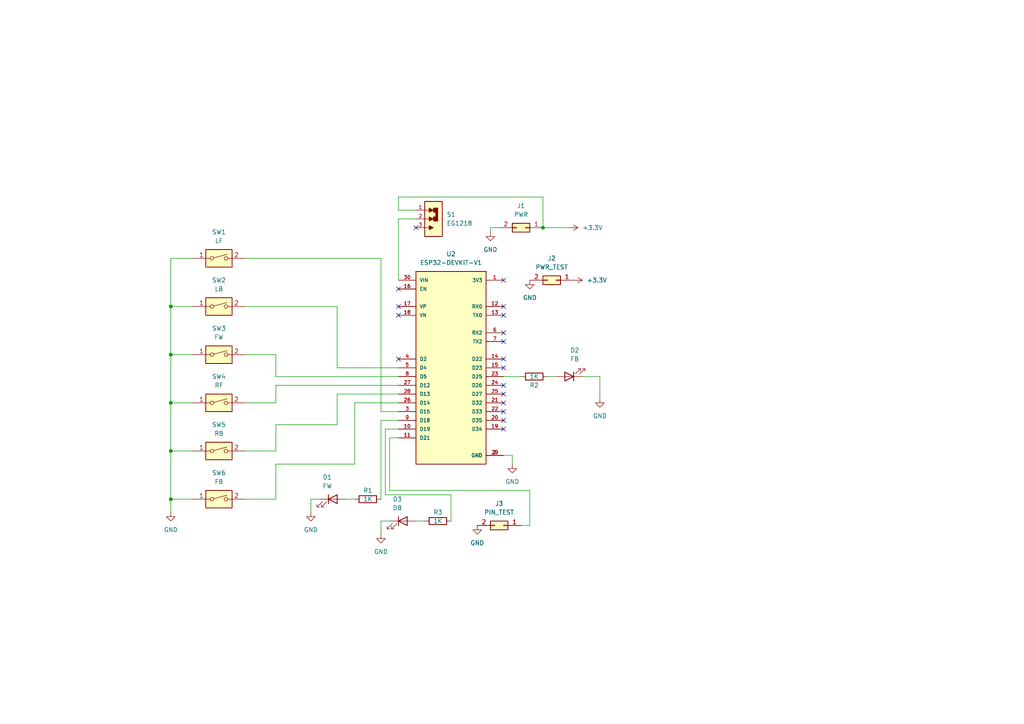
<source format=kicad_sch>
(kicad_sch (version 20230121) (generator eeschema)
  (paper "A4")
  (title_block (title "RC_TTT Remote") (date "2/5/2024") (rev "V1"))
  (lib_symbols
    (symbol "Connector_Generic:Conn_02x01" (pin_names (offset 1.016) hide)
      (property "Reference" "J" (at 1.27 2.54 0))
      (property "Value" "Conn_02x01" (at 1.27 -2.54 0))
      (symbol "Conn_02x01_1_1"
        (rectangle (start -1.27 0.127) (end 0 -0.127) (stroke (width 0.1524)))
        (rectangle (start -1.27 1.27) (end 3.81 -1.27) (stroke (width 0.254)) (fill (type background)))
        (rectangle (start 3.81 0.127) (end 2.54 -0.127) (stroke (width 0.1524)))
        (pin passive line (at -5.08 0 0) (length 3.81) (name "Pin_1") (number "1"))
        (pin passive line (at 7.62 0 180) (length 3.81) (name "Pin_2") (number "2"))
      )
    )
    (symbol "Device:LED" (pin_numbers hide) (pin_names (offset 1.016) hide)
      (property "Reference" "D" (at 0 2.54 0))
      (property "Value" "LED" (at 0 -2.54 0))
      (symbol "LED_0_1"
        (polyline (pts (xy -1.27 -1.27) (xy -1.27 1.27)) (stroke (width 0.254)))
        (polyline (pts (xy -1.27 0) (xy 1.27 0)))
        (polyline (pts (xy 1.27 -1.27) (xy 1.27 1.27) (xy -1.27 0) (xy 1.27 -1.27)) (stroke (width 0.254)))
        (polyline (pts (xy -3.048 -0.762) (xy -4.572 -2.286) (xy -3.81 -2.286) (xy -4.572 -2.286) (xy -4.572 -1.524)))
        (polyline (pts (xy -1.778 -0.762) (xy -3.302 -2.286) (xy -2.54 -2.286) (xy -3.302 -2.286) (xy -3.302 -1.524)))
      )
      (symbol "LED_1_1"
        (pin passive line (at -3.81 0 0) (length 2.54) (name "K") (number "1"))
        (pin passive line (at 3.81 0 180) (length 2.54) (name "A") (number "2"))
      )
    )
    (symbol "Device:R" (pin_numbers hide) (pin_names (offset 0))
      (property "Reference" "R" (at 2.032 0 90))
      (property "Value" "R" (at 0 0 90))
      (symbol "R_0_1"
        (rectangle (start -1.016 -2.54) (end 1.016 2.54) (stroke (width 0.254)))
      )
      (symbol "R_1_1"
        (pin passive line (at 0 3.81 270) (length 1.27) (name "~") (number "1"))
        (pin passive line (at 0 -3.81 90) (length 1.27) (name "~") (number "2"))
      )
    )
    (symbol "Switch:SW_DIP_x01" (pin_names (offset 0) hide)
      (property "Reference" "SW" (at 0 3.81 0))
      (property "Value" "SW_DIP_x01" (at 0 -3.81 0))
      (symbol "SW_DIP_x01_0_0"
        (circle (center -2.032 0) (radius 0.508))
        (polyline (pts (xy -1.524 0.127) (xy 2.3622 1.1684)))
        (circle (center 2.032 0) (radius 0.508))
      )
      (symbol "SW_DIP_x01_0_1"
        (rectangle (start -3.81 2.54) (end 3.81 -2.54) (stroke (width 0.254)) (fill (type background)))
      )
      (symbol "SW_DIP_x01_1_1"
        (pin passive line (at -7.62 0 0) (length 5.08) (name "~") (number "1"))
        (pin passive line (at 7.62 0 180) (length 5.08) (name "~") (number "2"))
      )
    )
    (symbol "esp32-wroom:ESP32-DEVKIT-V1" (pin_names (offset 1.016))
      (property "Reference" "U" (at -10.16 30.48 0))
      (property "Value" "ESP32-DEVKIT-V1" (at -10.16 -30.48 0))
      (symbol "ESP32-DEVKIT-V1_0_0"
        (rectangle (start -10.16 -27.94) (end 10.16 27.94) (stroke (width 0.254)) (fill (type background)))
        (pin output line (at 15.24 25.4 180) (length 5.08) (name "3V3") (number "1"))
        (pin bidirectional line (at -15.24 -17.78 0) (length 5.08) (name "D19") (number "10"))
        (pin bidirectional line (at -15.24 -20.32 0) (length 5.08) (name "D21") (number "11"))
        (pin input line (at 15.24 17.78 180) (length 5.08) (name "RX0") (number "12"))
        (pin output line (at 15.24 15.24 180) (length 5.08) (name "TX0") (number "13"))
        (pin bidirectional line (at 15.24 2.54 180) (length 5.08) (name "D22") (number "14"))
        (pin bidirectional line (at 15.24 0 180) (length 5.08) (name "D23") (number "15"))
        (pin input line (at -15.24 22.86 0) (length 5.08) (name "EN") (number "16"))
        (pin bidirectional line (at -15.24 17.78 0) (length 5.08) (name "VP") (number "17"))
        (pin bidirectional line (at -15.24 15.24 0) (length 5.08) (name "VN") (number "18"))
        (pin bidirectional line (at 15.24 -17.78 180) (length 5.08) (name "D34") (number "19"))
        (pin power_in line (at 15.24 -25.4 180) (length 5.08) (name "GND") (number "2"))
        (pin bidirectional line (at 15.24 -15.24 180) (length 5.08) (name "D35") (number "20"))
        (pin bidirectional line (at 15.24 -10.16 180) (length 5.08) (name "D32") (number "21"))
        (pin bidirectional line (at 15.24 -12.7 180) (length 5.08) (name "D33") (number "22"))
        (pin bidirectional line (at 15.24 -2.54 180) (length 5.08) (name "D25") (number "23"))
        (pin bidirectional line (at 15.24 -5.08 180) (length 5.08) (name "D26") (number "24"))
        (pin bidirectional line (at 15.24 -7.62 180) (length 5.08) (name "D27") (number "25"))
        (pin bidirectional line (at -15.24 -10.16 0) (length 5.08) (name "D14") (number "26"))
        (pin bidirectional line (at -15.24 -5.08 0) (length 5.08) (name "D12") (number "27"))
        (pin bidirectional line (at -15.24 -7.62 0) (length 5.08) (name "D13") (number "28"))
        (pin power_in line (at 15.24 -25.4 180) (length 5.08) (name "GND") (number "29"))
        (pin bidirectional line (at -15.24 -12.7 0) (length 5.08) (name "D15") (number "3"))
        (pin input line (at -15.24 25.4 0) (length 5.08) (name "VIN") (number "30"))
        (pin bidirectional line (at -15.24 2.54 0) (length 5.08) (name "D2") (number "4"))
        (pin bidirectional line (at -15.24 0 0) (length 5.08) (name "D4") (number "5"))
        (pin input line (at 15.24 10.16 180) (length 5.08) (name "RX2") (number "6"))
        (pin output line (at 15.24 7.62 180) (length 5.08) (name "TX2") (number "7"))
        (pin bidirectional line (at -15.24 -2.54 0) (length 5.08) (name "D5") (number "8"))
        (pin bidirectional line (at -15.24 -15.24 0) (length 5.08) (name "D18") (number "9"))
      )
    )
    (symbol "on_off_switch:EG1218" (pin_names (offset 1.016))
      (property "Reference" "S" (at -5.08 5.842 0))
      (property "Value" "EG1218" (at -5.08 -7.62 0))
      (symbol "EG1218_0_0"
        (rectangle (start -2.54 -5.08) (end 2.54 5.08) (stroke (width 0.254)) (fill (type background)))
        (polyline (pts (xy -2.54 -2.54) (xy -1.27 -2.54)) (stroke (width 0.1524)))
        (polyline (pts (xy -2.54 0) (xy -1.27 0)) (stroke (width 0.1524)))
        (polyline (pts (xy -2.54 2.54) (xy -1.27 2.54)) (stroke (width 0.1524)))
        (polyline (pts (xy -1.27 -1.905) (xy -1.27 -3.175) (xy 0 -2.54) (xy -1.27 -1.905)) (stroke (width 0.1524)) (fill (type outline)))
        (polyline (pts (xy -1.27 0.635) (xy -1.27 -0.635) (xy 0 0) (xy -1.27 0.635)) (stroke (width 0.1524)) (fill (type outline)))
        (polyline (pts (xy -1.27 3.175) (xy -1.27 1.905) (xy 0 2.54) (xy -1.27 3.175)) (stroke (width 0.1524)) (fill (type outline)))
        (polyline (pts (xy 0 1.905) (xy 0 3.175) (xy 1.27 3.175) (xy 1.27 -0.635) (xy 0 -0.635) (xy 0 0.635) (xy 0.635 0.635) (xy 0.635 1.905) (xy 0 1.905)) (stroke (width 0.1524)) (fill (type outline)))
        (pin passive line (at -5.08 2.54 0) (length 2.54) (name "~") (number "1"))
        (pin passive line (at -5.08 0 0) (length 2.54) (name "~") (number "2"))
        (pin passive line (at -5.08 -2.54 0) (length 2.54) (name "~") (number "3"))
      )
    )
    (symbol "power:+3.3V" (power) (pin_names (offset 0))
      (property "Value" "+3.3V" (at 0 3.556 0))
      (symbol "+3.3V_0_1"
        (polyline (pts (xy -0.762 1.27) (xy 0 2.54)))
        (polyline (pts (xy 0 0) (xy 0 2.54)))
        (polyline (pts (xy 0 2.54) (xy 0.762 1.27)))
      )
      (symbol "+3.3V_1_1"
        (pin power_in line (at 0 0 90) (length 0) hide (name "+3.3V") (number "1"))
      )
    )
    (symbol "power:GND" (power) (pin_names (offset 0))
      (property "Value" "GND" (at 0 -3.81 0))
      (symbol "GND_0_1"
        (polyline (pts (xy 0 0) (xy 0 -1.27) (xy 1.27 -1.27) (xy 0 -2.54) (xy -1.27 -1.27) (xy 0 -1.27)))
      )
      (symbol "GND_1_1"
        (pin power_in line (at 0 0 270) (length 0) hide (name "GND") (number "1"))
      )
    )
  )
  (junction (at 49.53 102.87))
  (junction (at 49.53 116.84))
  (junction (at 157.48 66.04))
  (junction (at 49.53 88.9))
  (junction (at 49.53 130.81))
  (junction (at 49.53 144.78))
  (no_connect (at 146.05 96.52))
  (no_connect (at 146.05 124.46))
  (no_connect (at 115.57 88.9))
  (no_connect (at 146.05 81.28))
  (no_connect (at 115.57 91.44))
  (no_connect (at 120.65 66.04))
  (no_connect (at 146.05 106.68))
  (no_connect (at 146.05 121.92))
  (no_connect (at 146.05 114.3))
  (no_connect (at 146.05 104.14))
  (no_connect (at 146.05 116.84))
  (no_connect (at 146.05 119.38))
  (no_connect (at 146.05 88.9))
  (no_connect (at 115.57 104.14))
  (no_connect (at 146.05 111.76))
  (no_connect (at 146.05 99.06))
  (no_connect (at 115.57 83.82))
  (no_connect (at 146.05 91.44))
  (wire (pts (xy 80.01 144.78) (xy 80.01 134.62)))
  (wire (pts (xy 110.49 74.93) (xy 71.12 74.93)))
  (wire (pts (xy 97.79 106.68) (xy 115.57 106.68)))
  (wire (pts (xy 80.01 109.22) (xy 115.57 109.22)))
  (wire (pts (xy 80.01 134.62) (xy 102.87 134.62)))
  (wire (pts (xy 80.01 116.84) (xy 80.01 111.76)))
  (wire (pts (xy 49.53 116.84) (xy 55.88 116.84)))
  (wire (pts (xy 115.57 57.15) (xy 115.57 60.96)))
  (wire (pts (xy 49.53 74.93) (xy 55.88 74.93)))
  (wire (pts (xy 80.01 102.87) (xy 80.01 109.22)))
  (wire (pts (xy 80.01 111.76) (xy 115.57 111.76)))
  (wire (pts (xy 97.79 88.9) (xy 97.79 106.68)))
  (wire (pts (xy 148.59 132.08) (xy 146.05 132.08)))
  (wire (pts (xy 90.17 148.59) (xy 90.17 144.78)))
  (wire (pts (xy 120.65 151.13) (xy 123.19 151.13)))
  (wire (pts (xy 102.87 134.62) (xy 102.87 116.84)))
  (wire (pts (xy 110.49 119.38) (xy 115.57 119.38)))
  (wire (pts (xy 49.53 102.87) (xy 49.53 88.9)))
  (wire (pts (xy 115.57 63.5) (xy 115.57 81.28)))
  (wire (pts (xy 111.76 143.51) (xy 111.76 124.46)))
  (wire (pts (xy 49.53 116.84) (xy 49.53 102.87)))
  (wire (pts (xy 110.49 151.13) (xy 113.03 151.13)))
  (wire (pts (xy 115.57 60.96) (xy 120.65 60.96)))
  (wire (pts (xy 110.49 74.93) (xy 110.49 119.38)))
  (wire (pts (xy 71.12 144.78) (xy 80.01 144.78)))
  (wire (pts (xy 80.01 123.19) (xy 80.01 130.81)))
  (wire (pts (xy 49.53 148.59) (xy 49.53 144.78)))
  (wire (pts (xy 144.78 66.04) (xy 142.24 66.04)))
  (wire (pts (xy 151.13 152.4) (xy 153.67 152.4)))
  (wire (pts (xy 71.12 88.9) (xy 97.79 88.9)))
  (wire (pts (xy 97.79 123.19) (xy 97.79 114.3)))
  (wire (pts (xy 113.03 142.24) (xy 113.03 127)))
  (wire (pts (xy 142.24 66.04) (xy 142.24 67.31)))
  (wire (pts (xy 173.99 115.57) (xy 173.99 109.22)))
  (wire (pts (xy 157.48 57.15) (xy 157.48 66.04)))
  (wire (pts (xy 173.99 109.22) (xy 168.91 109.22)))
  (wire (pts (xy 146.05 109.22) (xy 151.13 109.22)))
  (wire (pts (xy 130.81 151.13) (xy 130.81 143.51)))
  (wire (pts (xy 153.67 142.24) (xy 153.67 152.4)))
  (wire (pts (xy 120.65 63.5) (xy 115.57 63.5)))
  (wire (pts (xy 110.49 154.94) (xy 110.49 151.13)))
  (wire (pts (xy 100.33 144.78) (xy 102.87 144.78)))
  (wire (pts (xy 165.1 66.04) (xy 157.48 66.04)))
  (wire (pts (xy 80.01 123.19) (xy 97.79 123.19)))
  (wire (pts (xy 49.53 144.78) (xy 55.88 144.78)))
  (wire (pts (xy 110.49 121.92) (xy 110.49 144.78)))
  (wire (pts (xy 90.17 144.78) (xy 92.71 144.78)))
  (wire (pts (xy 49.53 130.81) (xy 49.53 116.84)))
  (wire (pts (xy 49.53 88.9) (xy 55.88 88.9)))
  (wire (pts (xy 111.76 124.46) (xy 115.57 124.46)))
  (wire (pts (xy 161.29 109.22) (xy 158.75 109.22)))
  (wire (pts (xy 49.53 144.78) (xy 49.53 130.81)))
  (wire (pts (xy 71.12 116.84) (xy 80.01 116.84)))
  (wire (pts (xy 113.03 127) (xy 115.57 127)))
  (wire (pts (xy 71.12 102.87) (xy 80.01 102.87)))
  (wire (pts (xy 80.01 130.81) (xy 71.12 130.81)))
  (wire (pts (xy 130.81 143.51) (xy 111.76 143.51)))
  (wire (pts (xy 153.67 142.24) (xy 113.03 142.24)))
  (wire (pts (xy 97.79 114.3) (xy 115.57 114.3)))
  (wire (pts (xy 102.87 116.84) (xy 115.57 116.84)))
  (wire (pts (xy 49.53 102.87) (xy 55.88 102.87)))
  (wire (pts (xy 49.53 130.81) (xy 55.88 130.81)))
  (wire (pts (xy 110.49 121.92) (xy 115.57 121.92)))
  (wire (pts (xy 115.57 57.15) (xy 157.48 57.15)))
  (wire (pts (xy 148.59 134.62) (xy 148.59 132.08)))
  (wire (pts (xy 49.53 88.9) (xy 49.53 74.93)))
  (symbol (lib_id "Device:LED") (at 96.52 144.78 0) (unit 1)
    (property "Reference" "D1" (at 94.9325 138.43 0))
    (property "Value" "FW" (at 94.9325 140.97 0))
    (property "Footprint" "LED_THT:LED_D3.0mm" (effects hide))
  )
  (symbol (lib_id "Device:R") (at 106.68 144.78 90) (unit 1)
    (property "Reference" "R1" (at 106.68 142.24 90))
    (property "Value" "1K" (at 106.68 144.78 90))
    (property "Footprint" "Resistor_THT:R_Axial_DIN0204_L3.6mm_D1.6mm_P7.62mm_Horizontal" (effects hide))
  )
  (symbol (lib_id "Connector_Generic:Conn_02x01") (at 146.05 152.4 180) (unit 1)
    (property "Reference" "J3" (at 144.78 146.05 0))
    (property "Value" "PIN_TEST" (at 144.78 148.59 0))
    (property "Footprint" "Connector_PinHeader_2.54mm:PinHeader_1x02_P2.54mm_Vertical" (effects hide))
  )
  (symbol (lib_id "Switch:SW_DIP_x01") (at 63.5 116.84 0) (unit 1)
    (property "Reference" "SW4" (at 63.5 109.22 0))
    (property "Value" "RF" (at 63.5 111.76 0))
    (property "Footprint" "Button_Switch_THT:SW_PUSH-12mm" (effects hide))
  )
  (symbol (lib_id "Connector_Generic:Conn_02x01") (at 161.29 81.28 180) (unit 1)
    (property "Reference" "J2" (at 160.02 74.93 0))
    (property "Value" "PWR_TEST" (at 160.02 77.47 0))
    (property "Footprint" "Connector_PinHeader_2.54mm:PinHeader_1x02_P2.54mm_Vertical" (effects hide))
  )
  (symbol (lib_id "Switch:SW_DIP_x01") (at 63.5 74.93 0) (unit 1)
    (property "Reference" "SW1" (at 63.5 67.31 0))
    (property "Value" "LF" (at 63.5 69.85 0))
    (property "Footprint" "Button_Switch_THT:SW_PUSH-12mm" (effects hide))
  )
  (symbol (lib_id "power:+3.3V") (at 166.37 81.28 270) (unit 1)
    (property "Reference" "#PWR03" (effects hide))
    (property "Value" "+3.3V" (at 170.18 81.28 90) (effects (justify left)))
  )
  (symbol (lib_id "power:GND") (at 173.99 115.57 0) (unit 1)
    (property "Reference" "#PWR011" (effects hide))
    (property "Value" "GND" (at 173.99 120.65 0))
  )
  (symbol (lib_id "power:GND") (at 153.67 81.28 0) (unit 1)
    (property "Reference" "#PWR04" (effects hide))
    (property "Value" "GND" (at 153.67 86.36 0))
  )
  (symbol (lib_id "Switch:SW_DIP_x01") (at 63.5 144.78 0) (unit 1)
    (property "Reference" "SW6" (at 63.5 137.16 0))
    (property "Value" "FB" (at 63.5 139.7 0))
    (property "Footprint" "Button_Switch_THT:SW_PUSH-12mm" (effects hide))
  )
  (symbol (lib_id "Switch:SW_DIP_x01") (at 63.5 102.87 0) (unit 1)
    (property "Reference" "SW3" (at 63.5 95.25 0))
    (property "Value" "FW" (at 63.5 97.79 0))
    (property "Footprint" "Button_Switch_THT:SW_PUSH-12mm" (effects hide))
  )
  (symbol (lib_id "power:GND") (at 110.49 154.94 0) (unit 1)
    (property "Reference" "#PWR06" (effects hide))
    (property "Value" "GND" (at 110.49 160.02 0))
  )
  (symbol (lib_id "power:GND") (at 49.53 148.59 0) (unit 1)
    (property "Reference" "#PWR05" (effects hide))
    (property "Value" "GND" (at 49.53 153.67 0))
  )
  (symbol (lib_id "esp32-wroom:ESP32-DEVKIT-V1") (at 130.81 106.68 0) (unit 1)
    (property "Reference" "U2" (at 130.81 73.66 0))
    (property "Value" "ESP32-DEVKIT-V1" (at 130.81 76.2 0))
    (property "Footprint" "esp32_fp:MODULE_ESP32_DEVKIT_V1" (effects hide))
    (property "MF" "Do it" (effects hide))
    (property "MAXIMUM_PACKAGE_HEIGHT" "6.8 mm" (effects hide))
    (property "Package" "None" (effects hide))
    (property "Price" "None" (effects hide))
    (property "Check_prices" "https://www.snapeda.com/parts/ESP32-DEVKIT-V1/Do+it/view-part/?ref=eda" (effects hide))
    (property "STANDARD" "Manufacturer Recommendations" (effects hide))
    (property "PARTREV" "N/A" (effects hide))
    (property "SnapEDA_Link" "https://www.snapeda.com/parts/ESP32-DEVKIT-V1/Do+it/view-part/?ref=snap" (effects hide))
    (property "MP" "ESP32-DEVKIT-V1" (effects hide))
    (property "Description" "\nDual core, Wi-Fi: 2.4 GHz up to 150 Mbits/s,BLE (Bluetooth Low Energy) and legacy Bluetooth, 32 bits, Up to 240 MHz\n" (effects hide))
    (property "Availability" "Not in stock" (effects hide))
    (property "MANUFACTURER" "DOIT" (effects hide))
  )
  (symbol (lib_id "on_off_switch:EG1218") (at 125.73 63.5 0) (unit 1)
    (property "Reference" "S1" (at 129.54 62.23 0) (effects (justify left)))
    (property "Value" "EG1218" (at 129.54 64.77 0) (effects (justify left)))
    (property "Footprint" "esp32_fp:SW_EG1218" (effects hide))
    (property "MF" "E-Switch" (effects hide))
    (property "DESCRIPTION" "Slide Switch SPDT Through Hole" (effects hide))
    (property "PACKAGE" "None" (effects hide))
    (property "PRICE" "None" (effects hide))
    (property "MP" "EG1218" (effects hide))
    (property "AVAILABILITY" "In Stock" (effects hide))
    (property "PURCHASE-URL" "https://pricing.snapeda.com/search/part/EG1218/?ref=eda" (effects hide))
  )
  (symbol (lib_id "Connector_Generic:Conn_02x01") (at 152.4 66.04 180) (unit 1)
    (property "Reference" "J1" (at 151.13 59.69 0))
    (property "Value" "PWR" (at 151.13 62.23 0))
    (property "Footprint" "Connector_PinHeader_2.54mm:PinHeader_1x02_P2.54mm_Vertical" (effects hide))
  )
  (symbol (lib_id "Device:LED") (at 165.1 109.22 180) (unit 1)
    (property "Reference" "D2" (at 166.6875 101.6 0))
    (property "Value" "FB" (at 166.6875 104.14 0))
    (property "Footprint" "LED_THT:LED_D3.0mm" (effects hide))
  )
  (symbol (lib_id "Device:R") (at 154.94 109.22 270) (unit 1)
    (property "Reference" "R2" (at 154.94 111.76 90))
    (property "Value" "1K" (at 154.94 109.22 90))
    (property "Footprint" "Resistor_THT:R_Axial_DIN0204_L3.6mm_D1.6mm_P7.62mm_Horizontal" (effects hide))
  )
  (symbol (lib_id "power:+3.3V") (at 165.1 66.04 270) (unit 1)
    (property "Reference" "#PWR01" (effects hide))
    (property "Value" "+3.3V" (at 168.91 66.04 90) (effects (justify left)))
  )
  (symbol (lib_id "Device:R") (at 127 151.13 90) (unit 1)
    (property "Reference" "R3" (at 127 148.59 90))
    (property "Value" "1K" (at 127 151.13 90))
    (property "Footprint" "Resistor_THT:R_Axial_DIN0204_L3.6mm_D1.6mm_P7.62mm_Horizontal" (effects hide))
  )
  (symbol (lib_id "power:GND") (at 142.24 67.31 0) (unit 1)
    (property "Reference" "#PWR02" (effects hide))
    (property "Value" "GND" (at 142.24 72.39 0))
  )
  (symbol (lib_id "power:GND") (at 138.43 152.4 0) (unit 1)
    (property "Reference" "#PWR07" (effects hide))
    (property "Value" "GND" (at 138.43 157.48 0))
  )
  (symbol (lib_id "Switch:SW_DIP_x01") (at 63.5 88.9 0) (unit 1)
    (property "Reference" "SW2" (at 63.5 81.28 0))
    (property "Value" "LB" (at 63.5 83.82 0))
    (property "Footprint" "Button_Switch_THT:SW_PUSH-12mm" (effects hide))
  )
  (symbol (lib_id "Switch:SW_DIP_x01") (at 63.5 130.81 0) (unit 1)
    (property "Reference" "SW5" (at 63.5 123.19 0))
    (property "Value" "RB" (at 63.5 125.73 0))
    (property "Footprint" "Button_Switch_THT:SW_PUSH-12mm" (effects hide))
  )
  (symbol (lib_id "power:GND") (at 90.17 148.59 0) (unit 1)
    (property "Reference" "#PWR012" (effects hide))
    (property "Value" "GND" (at 90.17 153.67 0))
  )
  (symbol (lib_id "power:GND") (at 148.59 134.62 0) (unit 1)
    (property "Reference" "#PWR013" (effects hide))
    (property "Value" "GND" (at 148.59 139.7 0))
  )
  (symbol (lib_id "Device:LED") (at 116.84 151.13 0) (unit 1)
    (property "Reference" "D3" (at 115.2525 144.78 0))
    (property "Value" "DB" (at 115.2525 147.32 0))
    (property "Footprint" "LED_THT:LED_D3.0mm" (effects hide))
  )
)
</source>
